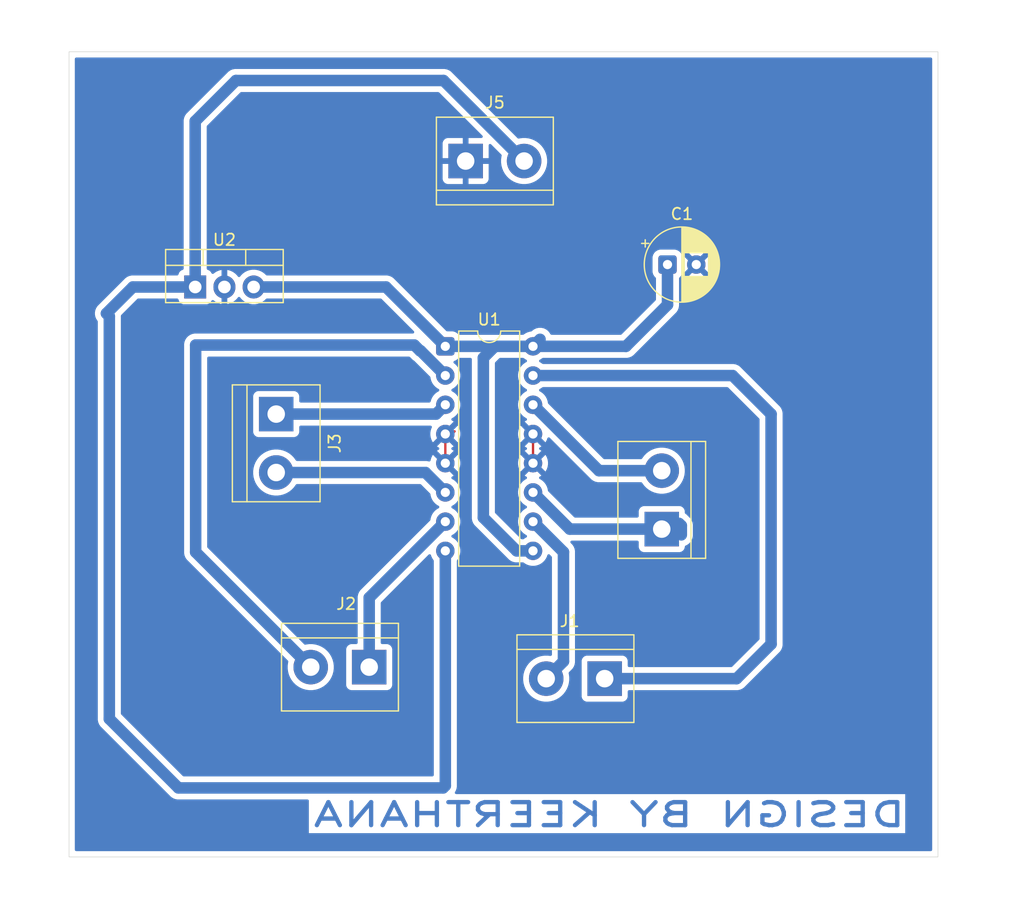
<source format=kicad_pcb>
(kicad_pcb (version 20241229) (generator "pcbnew") (generator_version "9.0")
  (layers (0 "F.Cu" signal) (2 "B.Cu" signal) (13 "F.Paste" user) (15 "B.Paste" user) (5 "F.SilkS" user "F.Silkscreen") (7 "B.SilkS" user "B.Silkscreen") (1 "F.Mask" user) (3 "B.Mask" user) (25 "Edge.Cuts" user))
  (net 0 "")
  (net 1 "Net-(U1-EN1,2)")
  (net 2 "GND")
  (net 3 "Net-(J1-Pin_2)")
  (net 4 "Net-(J1-Pin_1)")
  (net 5 "Net-(J2-Pin_2)")
  (net 6 "Net-(J2-Pin_1)")
  (net 7 "Net-(J3-Pin_2)")
  (net 8 "Net-(J3-Pin_1)")
  (net 9 "Net-(J4-Pin_1)")
  (net 10 "Net-(J4-Pin_2)")
  (net 11 "Net-(J5-Pin_2)")
  (footprint "TerminalBlock:TerminalBlock_bornier-2_P5.08mm" (layer "F.Cu") (at 140 62 90)
    (property "Reference" "J4" (hide yes))
    (property "Value" "Screw_Terminal_01x02")
    (fp_line (start 7.62 -3.81) (end -2.54 -3.81) (stroke (width 0.12)) (layer "F.SilkS"))
    (fp_line (start -2.54 -3.81) (end -2.54 3.81) (stroke (width 0.12)) (layer "F.SilkS"))
    (fp_line (start 7.62 2.54) (end -2.54 2.54) (stroke (width 0.12)) (layer "F.SilkS"))
    (fp_line (start 7.62 3.81) (end 7.62 -3.81) (stroke (width 0.12)) (layer "F.SilkS"))
    (fp_line (start -2.54 3.81) (end 7.62 3.81) (stroke (width 0.12)) (layer "F.SilkS"))
    (pad "1" thru_hole rect (at 0 0 90) (size 3 3) (drill 1.52) (layers "*.Cu" "*.Mask") (net 9 "Net-(J4-Pin_1)"))
    (pad "2" thru_hole circle (at 5.08 0 90) (size 3 3) (drill 1.52) (layers "*.Cu" "*.Mask") (net 10 "Net-(J4-Pin_2)"))
  )
  (footprint "TerminalBlock:TerminalBlock_bornier-2_P5.08mm" (layer "F.Cu") (at 135.04 75 180)
    (property "Reference" "J1" (at 3.04 5 0) (layer "F.SilkS"))
    (property "Value" "Screw_Terminal_01x02")
    (fp_line (start 7.62 3.81) (end 7.62 -3.81) (stroke (width 0.12)) (layer "F.SilkS"))
    (fp_line (start 7.62 2.54) (end -2.54 2.54) (stroke (width 0.12)) (layer "F.SilkS"))
    (fp_line (start 7.62 -3.81) (end -2.54 -3.81) (stroke (width 0.12)) (layer "F.SilkS"))
    (fp_line (start -2.54 3.81) (end 7.62 3.81) (stroke (width 0.12)) (layer "F.SilkS"))
    (fp_line (start -2.54 -3.81) (end -2.54 3.81) (stroke (width 0.12)) (layer "F.SilkS"))
    (pad "1" thru_hole rect (at 0 0 180) (size 3 3) (drill 1.52) (layers "*.Cu" "*.Mask") (net 4 "Net-(J1-Pin_1)"))
    (pad "2" thru_hole circle (at 5.08 0 180) (size 3 3) (drill 1.52) (layers "*.Cu" "*.Mask") (net 3 "Net-(J1-Pin_2)"))
  )
  (footprint "TerminalBlock:TerminalBlock_bornier-2_P5.08mm" (layer "F.Cu") (at 122.96 30)
    (property "Reference" "J5" (at 2.54 -5.08 0) (layer "F.SilkS"))
    (property "Value" "Screw_Terminal_01x02")
    (fp_line (start -2.54 -3.81) (end -2.54 3.81) (stroke (width 0.12)) (layer "F.SilkS"))
    (fp_line (start -2.54 3.81) (end 7.62 3.81) (stroke (width 0.12)) (layer "F.SilkS"))
    (fp_line (start 7.62 -3.81) (end -2.54 -3.81) (stroke (width 0.12)) (layer "F.SilkS"))
    (fp_line (start 7.62 2.54) (end -2.54 2.54) (stroke (width 0.12)) (layer "F.SilkS"))
    (fp_line (start 7.62 3.81) (end 7.62 -3.81) (stroke (width 0.12)) (layer "F.SilkS"))
    (pad "1" thru_hole rect (at 0 0) (size 3 3) (drill 1.52) (layers "*.Cu" "*.Mask") (net 2 "GND"))
    (pad "2" thru_hole circle (at 5.08 0) (size 3 3) (drill 1.52) (layers "*.Cu" "*.Mask") (net 11 "Net-(J5-Pin_2)"))
  )
  (footprint "Package_TO_SOT_THT:TO-220-3_Vertical" (layer "F.Cu") (at 99.46 40.95)
    (property "Reference" "U2" (at 2.54 -4.1 0) (layer "F.SilkS"))
    (property "Value" "L7805")
    (fp_line (start -2.57 -3.26) (end 7.65 -3.26) (stroke (width 0.12)) (layer "F.SilkS"))
    (fp_line (start -2.57 -1.88) (end 7.65 -1.88) (stroke (width 0.12)) (layer "F.SilkS"))
    (fp_line (start -2.57 1.36) (end -2.57 -3.26) (stroke (width 0.12)) (layer "F.SilkS"))
    (fp_line (start 0.69 -3.26) (end 0.69 -1.88) (stroke (width 0.12)) (layer "F.SilkS"))
    (fp_line (start 4.39 -3.26) (end 4.39 -1.88) (stroke (width 0.12)) (layer "F.SilkS"))
    (fp_line (start 7.65 -3.26) (end 7.65 1.36) (stroke (width 0.12)) (layer "F.SilkS"))
    (fp_line (start 7.65 1.36) (end -2.57 1.36) (stroke (width 0.12)) (layer "F.SilkS"))
    (pad "1" thru_hole rect (at 0 0) (size 1.905 2) (drill 1.1) (layers "*.Cu" "*.Mask") (net 11 "Net-(J5-Pin_2)"))
    (pad "2" thru_hole oval (at 2.54 0) (size 1.905 2) (drill 1.1) (layers "*.Cu" "*.Mask") (net 2 "GND"))
    (pad "3" thru_hole oval (at 5.08 0) (size 1.905 2) (drill 1.1) (layers "*.Cu" "*.Mask") (net 1 "Net-(U1-EN1,2)"))
  )
  (footprint "Capacitor_THT:CP_Radial_D6.3mm_P2.50mm" (layer "F.Cu") (at 140.5 39)
    (property "Reference" "C1" (at 1.25 -4.4 0) (layer "F.SilkS"))
    (property "Value" "C")
    (fp_line (start -2.250241 -1.839) (end -1.620241 -1.839) (stroke (width 0.12)) (layer "F.SilkS"))
    (fp_line (start -1.935241 -2.154) (end -1.935241 -1.524) (stroke (width 0.12)) (layer "F.SilkS"))
    (fp_line (start 1.25 -3.23) (end 1.25 3.23) (stroke (width 0.12)) (layer "F.SilkS"))
    (fp_line (start 1.29 -3.23) (end 1.29 3.23) (stroke (width 0.12)) (layer "F.SilkS"))
    (fp_line (start 1.33 -3.229) (end 1.33 3.229) (stroke (width 0.12)) (layer "F.SilkS"))
    (fp_line (start 1.37 -3.228) (end 1.37 3.228) (stroke (width 0.12)) (layer "F.SilkS"))
    (fp_line (start 1.41 -3.226) (end 1.41 3.226) (stroke (width 0.12)) (layer "F.SilkS"))
    (fp_line (start 1.45 -3.224) (end 1.45 3.224) (stroke (width 0.12)) (layer "F.SilkS"))
    (fp_line (start 1.49 -3.221) (end 1.49 -1.04) (stroke (width 0.12)) (layer "F.SilkS"))
    (fp_line (start 1.49 1.04) (end 1.49 3.221) (stroke (width 0.12)) (layer "F.SilkS"))
    (fp_line (start 1.53 -3.218) (end 1.53 -1.04) (stroke (width 0.12)) (layer "F.SilkS"))
    (fp_line (start 1.53 1.04) (end 1.53 3.218) (stroke (width 0.12)) (layer "F.SilkS"))
    (fp_line (start 1.57 -3.214) (end 1.57 -1.04) (stroke (width 0.12)) (layer "F.SilkS"))
    (fp_line (start 1.57 1.04) (end 1.57 3.214) (stroke (width 0.12)) (layer "F.SilkS"))
    (fp_line (start 1.61 -3.21) (end 1.61 -1.04) (stroke (width 0.12)) (layer "F.SilkS"))
    (fp_line (start 1.61 1.04) (end 1.61 3.21) (stroke (width 0.12)) (layer "F.SilkS"))
    (fp_line (start 1.65 -3.205) (end 1.65 -1.04) (stroke (width 0.12)) (layer "F.SilkS"))
    (fp_line (start 1.65 1.04) (end 1.65 3.205) (stroke (width 0.12)) (layer "F.SilkS"))
    (fp_line (start 1.69 -3.2) (end 1.69 -1.04) (stroke (width 0.12)) (layer "F.SilkS"))
    (fp_line (start 1.69 1.04) (end 1.69 3.2) (stroke (width 0.12)) (layer "F.SilkS"))
    (fp_line (start 1.73 -3.195) (end 1.73 -1.04) (stroke (width 0.12)) (layer "F.SilkS"))
    (fp_line (start 1.73 1.04) (end 1.73 3.195) (stroke (width 0.12)) (layer "F.SilkS"))
    (fp_line (start 1.77 -3.188) (end 1.77 -1.04) (stroke (width 0.12)) (layer "F.SilkS"))
    (fp_line (start 1.77 1.04) (end 1.77 3.188) (stroke (width 0.12)) (layer "F.SilkS"))
    (fp_line (start 1.81 -3.182) (end 1.81 -1.04) (stroke (width 0.12)) (layer "F.SilkS"))
    (fp_line (start 1.81 1.04) (end 1.81 3.182) (stroke (width 0.12)) (layer "F.SilkS"))
    (fp_line (start 1.85 -3.174) (end 1.85 -1.04) (stroke (width 0.12)) (layer "F.SilkS"))
    (fp_line (start 1.85 1.04) (end 1.85 3.174) (stroke (width 0.12)) (layer "F.SilkS"))
    (fp_line (start 1.89 -3.167) (end 1.89 -1.04) (stroke (width 0.12)) (layer "F.SilkS"))
    (fp_line (start 1.89 1.04) (end 1.89 3.167) (stroke (width 0.12)) (layer "F.SilkS"))
    (fp_line (start 1.93 -3.159) (end 1.93 -1.04) (stroke (width 0.12)) (layer "F.SilkS"))
    (fp_line (start 1.93 1.04) (end 1.93 3.159) (stroke (width 0.12)) (layer "F.SilkS"))
    (fp_line (start 1.97 -3.15) (end 1.97 -1.04) (stroke (width 0.12)) (layer "F.SilkS"))
    (fp_line (start 1.97 1.04) (end 1.97 3.15) (stroke (width 0.12)) (layer "F.SilkS"))
    (fp_line (start 2.01 -3.14) (end 2.01 -1.04) (stroke (width 0.12)) (layer "F.SilkS"))
    (fp_line (start 2.01 1.04) (end 2.01 3.14) (stroke (width 0.12)) (layer "F.SilkS"))
    (fp_line (start 2.05 -3.131) (end 2.05 -1.04) (stroke (width 0.12)) (layer "F.SilkS"))
    (fp_line (start 2.05 1.04) (end 2.05 3.131) (stroke (width 0.12)) (layer "F.SilkS"))
    (fp_line (start 2.09 -3.12) (end 2.09 -1.04) (stroke (width 0.12)) (layer "F.SilkS"))
    (fp_line (start 2.09 1.04) (end 2.09 3.12) (stroke (width 0.12)) (layer "F.SilkS"))
    (fp_line (start 2.13 -3.109) (end 2.13 -1.04) (stroke (width 0.12)) (layer "F.SilkS"))
    (fp_line (start 2.13 1.04) (end 2.13 3.109) (stroke (width 0.12)) (layer "F.SilkS"))
    (fp_line (start 2.17 -3.098) (end 2.17 -1.04) (stroke (width 0.12)) (layer "F.SilkS"))
    (fp_line (start 2.17 1.04) (end 2.17 3.098) (stroke (width 0.12)) (layer "F.SilkS"))
    (fp_line (start 2.21 -3.086) (end 2.21 -1.04) (stroke (width 0.12)) (layer "F.SilkS"))
    (fp_line (start 2.21 1.04) (end 2.21 3.086) (stroke (width 0.12)) (layer "F.SilkS"))
    (fp_line (start 2.25 -3.073) (end 2.25 -1.04) (stroke (width 0.12)) (layer "F.SilkS"))
    (fp_line (start 2.25 1.04) (end 2.25 3.073) (stroke (width 0.12)) (layer "F.SilkS"))
    (fp_line (start 2.29 -3.06) (end 2.29 -1.04) (stroke (width 0.12)) (layer "F.SilkS"))
    (fp_line (start 2.29 1.04) (end 2.29 3.06) (stroke (width 0.12)) (layer "F.SilkS"))
    (fp_line (start 2.33 -3.047) (end 2.33 -1.04) (stroke (width 0.12)) (layer "F.SilkS"))
    (fp_line (start 2.33 1.04) (end 2.33 3.047) (stroke (width 0.12)) (layer "F.SilkS"))
    (fp_line (start 2.37 -3.032) (end 2.37 -1.04) (stroke (width 0.12)) (layer "F.SilkS"))
    (fp_line (start 2.37 1.04) (end 2.37 3.032) (stroke (width 0.12)) (layer "F.SilkS"))
    (fp_line (start 2.41 -3.017) (end 2.41 -1.04) (stroke (width 0.12)) (layer "F.SilkS"))
    (fp_line (start 2.41 1.04) (end 2.41 3.017) (stroke (width 0.12)) (layer "F.SilkS"))
    (fp_line (start 2.45 -3.002) (end 2.45 -1.04) (stroke (width 0.12)) (layer "F.SilkS"))
    (fp_line (start 2.45 1.04) (end 2.45 3.002) (stroke (width 0.12)) (layer "F.SilkS"))
    (fp_line (start 2.49 -2.986) (end 2.49 -1.04) (stroke (width 0.12)) (layer "F.SilkS"))
    (fp_line (start 2.49 1.04) (end 2.49 2.986) (stroke (width 0.12)) (layer "F.SilkS"))
    (fp_line (start 2.53 -2.969) (end 2.53 -1.04) (stroke (width 0.12)) (layer "F.SilkS"))
    (fp_line (start 2.53 1.04) (end 2.53 2.969) (stroke (width 0.12)) (layer "F.SilkS"))
    (fp_line (start 2.57 -2.952) (end 2.57 -1.04) (stroke (width 0.12)) (layer "F.SilkS"))
    (fp_line (start 2.57 1.04) (end 2.57 2.952) (stroke (width 0.12)) (layer "F.SilkS"))
    (fp_line (start 2.61 -2.934) (end 2.61 -1.04) (stroke (width 0.12)) (layer "F.SilkS"))
    (fp_line (start 2.61 1.04) (end 2.61 2.934) (stroke (width 0.12)) (layer "F.SilkS"))
    (fp_line (start 2.65 -2.915) (end 2.65 -1.04) (stroke (width 0.12)) (layer "F.SilkS"))
    (fp_line (start 2.65 1.04) (end 2.65 2.915) (stroke (width 0.12)) (layer "F.SilkS"))
    (fp_line (start 2.69 -2.896) (end 2.69 -1.04) (stroke (width 0.12)) (layer "F.SilkS"))
    (fp_line (start 2.69 1.04) (end 2.69 2.896) (stroke (width 0.12)) (layer "F.SilkS"))
    (fp_line (start 2.73 -2.876) (end 2.73 -1.04) (stroke (width 0.12)) (layer "F.SilkS"))
    (fp_line (start 2.73 1.04) (end 2.73 2.876) (stroke (width 0.12)) (layer "F.SilkS"))
    (fp_line (start 2.77 -2.855) (end 2.77 -1.04) (stroke (width 0.12)) (layer "F.SilkS"))
    (fp_line (start 2.77 1.04) (end 2.77 2.855) (stroke (width 0.12)) (layer "F.SilkS"))
    (fp_line (start 2.81 -2.834) (end 2.81 -1.04) (stroke (width 0.12)) (layer "F.SilkS"))
    (fp_line (start 2.81 1.04) (end 2.81 2.834) (stroke (width 0.12)) (layer "F.SilkS"))
    (fp_line (start 2.85 -2.812) (end 2.85 -1.04) (stroke (width 0.12)) (layer "F.SilkS"))
    (fp_line (start 2.85 1.04) (end 2.85 2.812) (stroke (width 0.12)) (layer "F.SilkS"))
    (fp_line (start 2.89 -2.789) (end 2.89 -1.04) (stroke (width 0.12)) (layer "F.SilkS"))
    (fp_line (start 2.89 1.04) (end 2.89 2.789) (stroke (width 0.12)) (layer "F.SilkS"))
    (fp_line (start 2.93 -2.765) (end 2.93 -1.04) (stroke (width 0.12)) (layer "F.SilkS"))
    (fp_line (start 2.93 1.04) (end 2.93 2.765) (stroke (width 0.12)) (layer "F.SilkS"))
    (fp_line (start 2.97 -2.741) (end 2.97 -1.04) (stroke (width 0.12)) (layer "F.SilkS"))
    (fp_line (start 2.97 1.04) (end 2.97 2.741) (stroke (width 0.12)) (layer "F.SilkS"))
    (fp_line (start 3.01 -2.716) (end 3.01 -1.04) (stroke (width 0.12)) (layer "F.SilkS"))
    (fp_line (start 3.01 1.04) (end 3.01 2.716) (stroke (width 0.12)) (layer "F.SilkS"))
    (fp_line (start 3.05 -2.69) (end 3.05 -1.04) (stroke (width 0.12)) (layer "F.SilkS"))
    (fp_line (start 3.05 1.04) (end 3.05 2.69) (stroke (width 0.12)) (layer "F.SilkS"))
    (fp_line (start 3.09 -2.663) (end 3.09 -1.04) (stroke (width 0.12)) (layer "F.SilkS"))
    (fp_line (start 3.09 1.04) (end 3.09 2.663) (stroke (width 0.12)) (layer "F.SilkS"))
    (fp_line (start 3.13 -2.636) (end 3.13 -1.04) (stroke (width 0.12)) (layer "F.SilkS"))
    (fp_line (start 3.13 1.04) (end 3.13 2.636) (stroke (width 0.12)) (layer "F.SilkS"))
    (fp_line (start 3.17 -2.607) (end 3.17 -1.04) (stroke (width 0.12)) (layer "F.SilkS"))
    (fp_line (start 3.17 1.04) (end 3.17 2.607) (stroke (width 0.12)) (layer "F.SilkS"))
    (fp_line (start 3.21 -2.577) (end 3.21 -1.04) (stroke (width 0.12)) (layer "F.SilkS"))
    (fp_line (start 3.21 1.04) (end 3.21 2.577) (stroke (width 0.12)) (layer "F.SilkS"))
    (fp_line (start 3.25 -2.547) (end 3.25 -1.04) (stroke (width 0.12)) (layer "F.SilkS"))
    (fp_line (start 3.25 1.04) (end 3.25 2.547) (stroke (width 0.12)) (layer "F.SilkS"))
    (fp_line (start 3.29 -2.516) (end 3.29 -1.04) (stroke (width 0.12)) (layer "F.SilkS"))
    (fp_line (start 3.29 1.04) (end 3.29 2.516) (stroke (width 0.12)) (layer "F.SilkS"))
    (fp_line (start 3.33 -2.483) (end 3.33 -1.04) (stroke (width 0.12)) (layer "F.SilkS"))
    (fp_line (start 3.33 1.04) (end 3.33 2.483) (stroke (width 0.12)) (layer "F.SilkS"))
    (fp_line (start 3.37 -2.45) (end 3.37 -1.04) (stroke (width 0.12)) (layer "F.SilkS"))
    (fp_line (start 3.37 1.04) (end 3.37 2.45) (stroke (width 0.12)) (layer "F.SilkS"))
    (fp_line (start 3.41 -2.415) (end 3.41 -1.04) (stroke (width 0.12)) (layer "F.SilkS"))
    (fp_line (start 3.41 1.04) (end 3.41 2.415) (stroke (width 0.12)) (layer "F.SilkS"))
    (fp_line (start 3.45 -2.379) (end 3.45 -1.04) (stroke (width 0.12)) (layer "F.SilkS"))
    (fp_line (start 3.45 1.04) (end 3.45 2.379) (stroke (width 0.12)) (layer "F.SilkS"))
    (fp_line (start 3.49 -2.342) (end 3.49 -1.04) (stroke (width 0.12)) (layer "F.SilkS"))
    (fp_line (start 3.49 1.04) (end 3.49 2.342) (stroke (width 0.12)) (layer "F.SilkS"))
    (fp_line (start 3.53 -2.304) (end 3.53 -1.04) (stroke (width 0.12)) (layer "F.SilkS"))
    (fp_line (start 3.53 1.04) (end 3.53 2.304) (stroke (width 0.12)) (layer "F.SilkS"))
    (fp_line (start 3.57 -2.264) (end 3.57 2.264) (stroke (width 0.12)) (layer "F.SilkS"))
    (fp_line (start 3.61 -2.223) (end 3.61 2.223) (stroke (width 0.12)) (layer "F.SilkS"))
    (fp_line (start 3.65 -2.181) (end 3.65 2.181) (stroke (width 0.12)) (layer "F.SilkS"))
    (fp_line (start 3.69 -2.137) (end 3.69 2.137) (stroke (width 0.12)) (layer "F.SilkS"))
    (fp_line (start 3.73 -2.091) (end 3.73 2.091) (stroke (width 0.12)) (layer "F.SilkS"))
    (fp_line (start 3.77 -2.044) (end 3.77 2.044) (stroke (width 0.12)) (layer "F.SilkS"))
    (fp_line (start 3.81 -1.995) (end 3.81 1.995) (stroke (width 0.12)) (layer "F.SilkS"))
    (fp_line (start 3.85 -1.943) (end 3.85 1.943) (stroke (width 0.12)) (layer "F.SilkS"))
    (fp_line (start 3.89 -1.89) (end 3.89 1.89) (stroke (width 0.12)) (layer "F.SilkS"))
    (fp_line (start 3.93 -1.834) (end 3.93 1.834) (stroke (width 0.12)) (layer "F.SilkS"))
    (fp_line (start 3.97 -1.775) (end 3.97 1.775) (stroke (width 0.12)) (layer "F.SilkS"))
    (fp_line (start 4.01 -1.714) (end 4.01 1.714) (stroke (width 0.12)) (layer "F.SilkS"))
    (fp_line (start 4.05 -1.649) (end 4.05 1.649) (stroke (width 0.12)) (layer "F.SilkS"))
    (fp_line (start 4.09 -1.581) (end 4.09 1.581) (stroke (width 0.12)) (layer "F.SilkS"))
    (fp_line (start 4.13 -1.509) (end 4.13 1.509) (stroke (width 0.12)) (layer "F.SilkS"))
    (fp_line (start 4.17 -1.432) (end 4.17 1.432) (stroke (width 0.12)) (layer "F.SilkS"))
    (fp_line (start 4.21 -1.35) (end 4.21 1.35) (stroke (width 0.12)) (layer "F.SilkS"))
    (fp_line (start 4.25 -1.261) (end 4.25 1.261) (stroke (width 0.12)) (layer "F.SilkS"))
    (fp_line (start 4.29 -1.165) (end 4.29 1.165) (stroke (width 0.12)) (layer "F.SilkS"))
    (fp_line (start 4.33 -1.058) (end 4.33 1.058) (stroke (width 0.12)) (layer "F.SilkS"))
    (fp_line (start 4.37 -0.939) (end 4.37 0.939) (stroke (width 0.12)) (layer "F.SilkS"))
    (fp_line (start 4.41 -0.801) (end 4.41 0.801) (stroke (width 0.12)) (layer "F.SilkS"))
    (fp_line (start 4.45 -0.633) (end 4.45 0.633) (stroke (width 0.12)) (layer "F.SilkS"))
    (fp_line (start 4.49 -0.402) (end 4.49 0.402) (stroke (width 0.12)) (layer "F.SilkS"))
    (fp_circle (center 1.25 0) (end 4.52 0) (stroke (width 0.12)) (fill no) (layer "F.SilkS"))
    (pad "1" thru_hole roundrect (at 0 0) (size 1.6 1.6) (drill 0.8) (layers "*.Cu" "*.Mask") (roundrect_rratio 0.15625) (net 1 "Net-(U1-EN1,2)"))
    (pad "2" thru_hole circle (at 2.5 0) (size 1.6 1.6) (drill 0.8) (layers "*.Cu" "*.Mask") (net 2 "GND"))
  )
  (footprint "TerminalBlock:TerminalBlock_bornier-2_P5.08mm" (layer "F.Cu") (at 106.5 52 -90)
    (property "Reference" "J3" (at 2.54 -5.08 90) (layer "F.SilkS"))
    (property "Value" "Screw_Terminal_01x02")
    (fp_line (start -2.54 3.81) (end 7.62 3.81) (stroke (width 0.12)) (layer "F.SilkS"))
    (fp_line (start 7.62 3.81) (end 7.62 -3.81) (stroke (width 0.12)) (layer "F.SilkS"))
    (fp_line (start 7.62 2.54) (end -2.54 2.54) (stroke (width 0.12)) (layer "F.SilkS"))
    (fp_line (start -2.54 -3.81) (end -2.54 3.81) (stroke (width 0.12)) (layer "F.SilkS"))
    (fp_line (start 7.62 -3.81) (end -2.54 -3.81) (stroke (width 0.12)) (layer "F.SilkS"))
    (pad "1" thru_hole rect (at 0 0 270) (size 3 3) (drill 1.52) (layers "*.Cu" "*.Mask") (net 8 "Net-(J3-Pin_1)"))
    (pad "2" thru_hole circle (at 5.08 0 270) (size 3 3) (drill 1.52) (layers "*.Cu" "*.Mask") (net 7 "Net-(J3-Pin_2)"))
  )
  (footprint "Package_DIP:DIP-16_W7.62mm" (layer "F.Cu") (at 121.195 46.11)
    (property "Reference" "U1" (at 3.81 -2.33 0) (layer "F.SilkS"))
    (property "Value" "L293D" (hide yes))
    (fp_line (start 1.16 -1.33) (end 1.16 19.11) (stroke (width 0.12)) (layer "F.SilkS"))
    (fp_line (start 1.16 19.11) (end 6.46 19.11) (stroke (width 0.12)) (layer "F.SilkS"))
    (fp_line (start 2.81 -1.33) (end 1.16 -1.33) (stroke (width 0.12)) (layer "F.SilkS"))
    (fp_line (start 6.46 -1.33) (end 4.81 -1.33) (stroke (width 0.12)) (layer "F.SilkS"))
    (fp_line (start 6.46 19.11) (end 6.46 -1.33) (stroke (width 0.12)) (layer "F.SilkS"))
    (fp_arc (start 4.81 -1.33) (mid 3.81 -0.33) (end 2.81 -1.33) (stroke (width 0.12)) (layer "F.SilkS"))
    (pad "1" thru_hole roundrect (at 0 0) (size 1.6 1.6) (drill 0.8) (layers "*.Cu" "*.Mask") (roundrect_rratio 0.15625) (net 1 "Net-(U1-EN1,2)"))
    (pad "2" thru_hole circle (at 0 2.54) (size 1.6 1.6) (drill 0.8) (layers "*.Cu" "*.Mask") (net 5 "Net-(J2-Pin_2)"))
    (pad "3" thru_hole circle (at 0 5.08) (size 1.6 1.6) (drill 0.8) (layers "*.Cu" "*.Mask") (net 8 "Net-(J3-Pin_1)"))
    (pad "4" thru_hole circle (at 0 7.62) (size 1.6 1.6) (drill 0.8) (layers "*.Cu" "*.Mask") (net 2 "GND"))
    (pad "5" thru_hole circle (at 0 10.16) (size 1.6 1.6) (drill 0.8) (layers "*.Cu" "*.Mask") (net 2 "GND"))
    (pad "6" thru_hole circle (at 0 12.7) (size 1.6 1.6) (drill 0.8) (layers "*.Cu" "*.Mask") (net 7 "Net-(J3-Pin_2)"))
    (pad "7" thru_hole circle (at 0 15.24) (size 1.6 1.6) (drill 0.8) (layers "*.Cu" "*.Mask") (net 6 "Net-(J2-Pin_1)"))
    (pad "8" thru_hole circle (at 0 17.78) (size 1.6 1.6) (drill 0.8) (layers "*.Cu" "*.Mask") (net 11 "Net-(J5-Pin_2)"))
    (pad "9" thru_hole circle (at 7.62 17.78) (size 1.6 1.6) (drill 0.8) (layers "*.Cu" "*.Mask") (net 1 "Net-(U1-EN1,2)"))
    (pad "10" thru_hole circle (at 7.62 15.24) (size 1.6 1.6) (drill 0.8) (layers "*.Cu" "*.Mask") (net 3 "Net-(J1-Pin_2)"))
    (pad "11" thru_hole circle (at 7.62 12.7) (size 1.6 1.6) (drill 0.8) (layers "*.Cu" "*.Mask") (net 9 "Net-(J4-Pin_1)"))
    (pad "12" thru_hole circle (at 7.62 10.16) (size 1.6 1.6) (drill 0.8) (layers "*.Cu" "*.Mask") (net 2 "GND"))
    (pad "13" thru_hole circle (at 7.62 7.62) (size 1.6 1.6) (drill 0.8) (layers "*.Cu" "*.Mask") (net 2 "GND"))
    (pad "14" thru_hole circle (at 7.62 5.08) (size 1.6 1.6) (drill 0.8) (layers "*.Cu" "*.Mask") (net 10 "Net-(J4-Pin_2)"))
    (pad "15" thru_hole circle (at 7.62 2.54) (size 1.6 1.6) (drill 0.8) (layers "*.Cu" "*.Mask") (net 4 "Net-(J1-Pin_1)"))
    (pad "16" thru_hole circle (at 7.62 0) (size 1.6 1.6) (drill 0.8) (layers "*.Cu" "*.Mask") (net 1 "Net-(U1-EN1,2)"))
  )
  (footprint "TerminalBlock:TerminalBlock_bornier-2_P5.08mm" (layer "F.Cu") (at 114.58 74 180)
    (property "Reference" "J2" (at 2 5.5 0) (layer "F.SilkS"))
    (property "Value" "Screw_Terminal_01x02")
    (fp_line (start 7.62 3.81) (end 7.62 -3.81) (stroke (width 0.12)) (layer "F.SilkS"))
    (fp_line (start 7.62 2.54) (end -2.54 2.54) (stroke (width 0.12)) (layer "F.SilkS"))
    (fp_line (start 7.62 -3.81) (end -2.54 -3.81) (stroke (width 0.12)) (layer "F.SilkS"))
    (fp_line (start -2.54 3.81) (end 7.62 3.81) (stroke (width 0.12)) (layer "F.SilkS"))
    (fp_line (start -2.54 -3.81) (end -2.54 3.81) (stroke (width 0.12)) (layer "F.SilkS"))
    (pad "1" thru_hole rect (at 0 0 180) (size 3 3) (drill 1.52) (layers "*.Cu" "*.Mask") (net 6 "Net-(J2-Pin_1)"))
    (pad "2" thru_hole circle (at 5.08 0 180) (size 3 3) (drill 1.52) (layers "*.Cu" "*.Mask") (net 5 "Net-(J2-Pin_2)"))
  )
  (gr_rect (start 88.5 20.5) (end 164 90.5) (stroke (width 0.05)) (fill no) (layer "Edge.Cuts"))
  (gr_text "DESIGN BY KEERTHANA\n" (at 109.5 88 0) (layer "B.Cu") (effects (font (size 2 3) (thickness 0.375) (bold yes)) (justify right bottom mirror)))
  (segment (start 140.5 42.5) (end 140.5 39) (width 1) (layer "B.Cu") (net 1))
  (segment (start 127.39 63.89) (end 124.5 61) (width 1) (layer "B.Cu") (net 1))
  (segment (start 121.195 46.11) (end 125.5 46.11) (width 1) (layer "B.Cu") (net 1))
  (segment (start 136.89 46.11) (end 140.5 42.5) (width 1) (layer "B.Cu") (net 1))
  (segment (start 116.035 40.95) (end 121.195 46.11) (width 1) (layer "B.Cu") (net 1))
  (segment (start 104.54 40.95) (end 116.035 40.95) (width 1) (layer "B.Cu") (net 1))
  (segment (start 129.425 45.5) (end 128.815 46.11) (width 1) (layer "B.Cu") (net 1))
  (segment (start 125.5 46.11) (end 128.815 46.11) (width 1) (layer "B.Cu") (net 1))
  (segment (start 124.5 61) (end 124.5 47.11) (width 1) (layer "B.Cu") (net 1))
  (segment (start 128.815 46.11) (end 136.89 46.11) (width 1) (layer "B.Cu") (net 1))
  (segment (start 124.5 47.11) (end 125.5 46.11) (width 1) (layer "B.Cu") (net 1))
  (segment (start 128.815 63.89) (end 127.39 63.89) (width 1) (layer "B.Cu") (net 1))
  (segment (start 121.195 53.73) (end 121.195 56.27) (width 0.2) (layer "F.Cu") (net 2))
  (segment (start 121.195 53.73) (end 121.77 53.73) (width 0.2) (layer "F.Cu") (net 2))
  (segment (start 128.815 56.27) (end 128.815 53.73) (width 0.2) (layer "F.Cu") (net 2))
  (segment (start 121.77 53.73) (end 122 53.5) (width 0.2) (layer "F.Cu") (net 2))
  (segment (start 131.46 63.995) (end 128.815 61.35) (width 1) (layer "B.Cu") (net 3))
  (segment (start 131.46 73.5) (end 131.46 63.995) (width 1) (layer "B.Cu") (net 3))
  (segment (start 129.96 75) (end 131.46 73.5) (width 1) (layer "B.Cu") (net 3))
  (segment (start 135.04 75) (end 146.5 75) (width 1) (layer "B.Cu") (net 4))
  (segment (start 128.65 48.65) (end 128.5 48.5) (width 0.2) (layer "B.Cu") (net 4))
  (segment (start 149.5 72) (end 149.5 52) (width 1) (layer "B.Cu") (net 4))
  (segment (start 146.15 48.65) (end 128.815 48.65) (width 1) (layer "B.Cu") (net 4))
  (segment (start 146.5 75) (end 149.5 72) (width 1) (layer "B.Cu") (net 4))
  (segment (start 149.5 52) (end 146.15 48.65) (width 1) (layer "B.Cu") (net 4))
  (segment (start 99.5 64) (end 109.5 74) (width 1) (layer "B.Cu") (net 5))
  (segment (start 119.045 46.5) (end 119 46.5) (width 1) (layer "B.Cu") (net 5))
  (segment (start 99.5 46) (end 99.5 64) (width 1) (layer "B.Cu") (net 5))
  (segment (start 119 46.5) (end 118.5 46) (width 1) (layer "B.Cu") (net 5))
  (segment (start 118.5 46) (end 99.5 46) (width 1) (layer "B.Cu") (net 5))
  (segment (start 121.195 48.65) (end 119.045 46.5) (width 1) (layer "B.Cu") (net 5))
  (segment (start 114.58 74) (end 114.58 67.965) (width 1) (layer "B.Cu") (net 6))
  (segment (start 114.58 67.965) (end 121.195 61.35) (width 1) (layer "B.Cu") (net 6))
  (segment (start 106.5 57.08) (end 119.465 57.08) (width 1) (layer "B.Cu") (net 7))
  (segment (start 119.465 57.08) (end 121.195 58.81) (width 1) (layer "B.Cu") (net 7))
  (segment (start 120.385 52) (end 121.195 51.19) (width 1) (layer "B.Cu") (net 8))
  (segment (start 106.5 52) (end 120.385 52) (width 1) (layer "B.Cu") (net 8))
  (segment (start 141.5 61.5) (end 141.701 61.701) (width 1) (layer "B.Cu") (net 9))
  (segment (start 140 62) (end 132.005 62) (width 1) (layer "B.Cu") (net 9))
  (segment (start 132.005 62) (end 128.815 58.81) (width 1) (layer "B.Cu") (net 9))
  (segment (start 141.701 61.701) (end 141.701 62.5) (width 1) (layer "B.Cu") (net 9))
  (segment (start 134.545 56.92) (end 128.815 51.19) (width 1) (layer "B.Cu") (net 10))
  (segment (start 140 56.92) (end 134.545 56.92) (width 1) (layer "B.Cu") (net 10))
  (segment (start 99.46 40.95) (end 99.46 26.54) (width 1) (layer "B.Cu") (net 11))
  (segment (start 121.195 84.305) (end 121.195 63.89) (width 1) (layer "B.Cu") (net 11))
  (segment (start 92 78.5) (end 98 84.5) (width 1) (layer "B.Cu") (net 11))
  (segment (start 121.04 23) (end 128.04 30) (width 1) (layer "B.Cu") (net 11))
  (segment (start 91.75 43.25) (end 92 43.5) (width 1) (layer "B.Cu") (net 11))
  (segment (start 94.05 40.95) (end 91.75 43.25) (width 1) (layer "B.Cu") (net 11))
  (segment (start 98 84.5) (end 121 84.5) (width 1) (layer "B.Cu") (net 11))
  (segment (start 121 84.5) (end 121.195 84.305) (width 1) (layer "B.Cu") (net 11))
  (segment (start 99.46 26.54) (end 103 23) (width 1) (layer "B.Cu") (net 11))
  (segment (start 92 43.5) (end 92 78.5) (width 1) (layer "B.Cu") (net 11))
  (segment (start 103 23) (end 121.04 23) (width 1) (layer "B.Cu") (net 11))
  (segment (start 99.46 40.95) (end 94.05 40.95) (width 1) (layer "B.Cu") (net 11))
  (zone (net 2) (net_name "GND") (layer "B.Cu") (connect_pads (clearance 0.5)) (min_thickness 0.25) (fill yes (thermal_gap 0.5) (thermal_bridge_width 0.5))
    (polygon (pts (xy 171 16) (xy 82.5 16.5) (xy 85 96) (xy 171.5 95.5)))
  )
)
</source>
